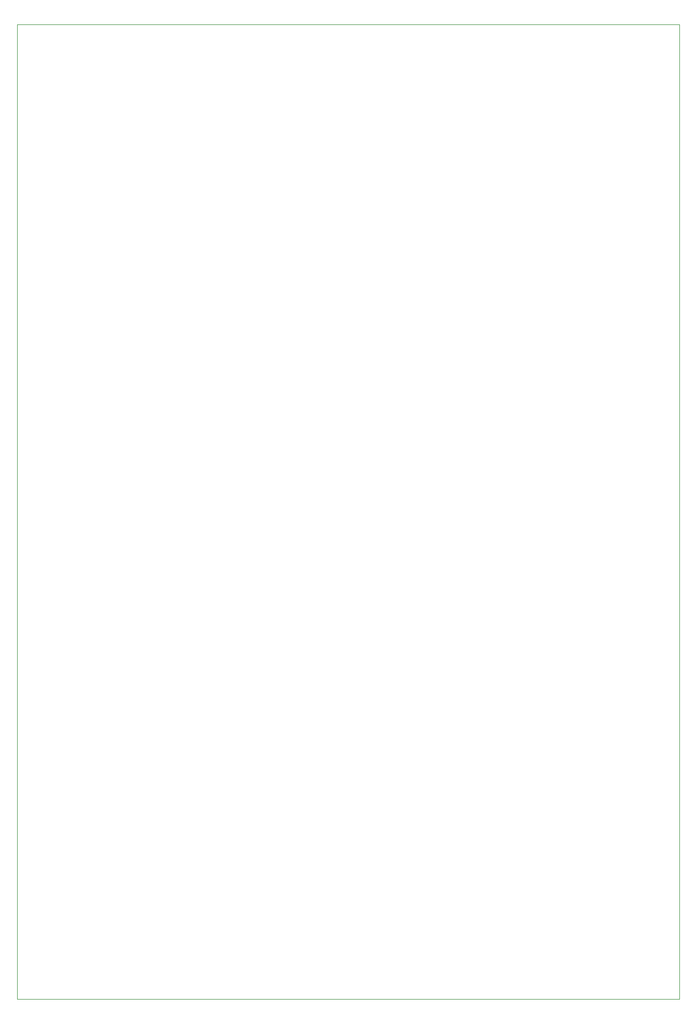
<source format=gm1>
G04 #@! TF.GenerationSoftware,KiCad,Pcbnew,7.0.1*
G04 #@! TF.CreationDate,2024-01-01T11:46:02+00:00*
G04 #@! TF.ProjectId,gk,676b2e6b-6963-4616-945f-706362585858,rev?*
G04 #@! TF.SameCoordinates,Original*
G04 #@! TF.FileFunction,Profile,NP*
%FSLAX46Y46*%
G04 Gerber Fmt 4.6, Leading zero omitted, Abs format (unit mm)*
G04 Created by KiCad (PCBNEW 7.0.1) date 2024-01-01 11:46:02*
%MOMM*%
%LPD*%
G01*
G04 APERTURE LIST*
G04 #@! TA.AperFunction,Profile*
%ADD10C,0.100000*%
G04 #@! TD*
G04 APERTURE END LIST*
D10*
X44450000Y-19050000D02*
X152400000Y-19050000D01*
X152400000Y-177800000D01*
X44450000Y-177800000D01*
X44450000Y-19050000D01*
M02*

</source>
